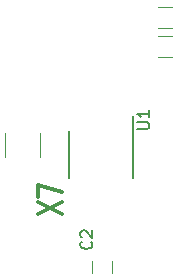
<source format=gto>
G04 #@! TF.FileFunction,Legend,Top*
%FSLAX46Y46*%
G04 Gerber Fmt 4.6, Leading zero omitted, Abs format (unit mm)*
G04 Created by KiCad (PCBNEW 4.0.5) date 07/09/17 22:51:53*
%MOMM*%
%LPD*%
G01*
G04 APERTURE LIST*
%ADD10C,0.150000*%
%ADD11C,0.304800*%
%ADD12C,0.120000*%
G04 APERTURE END LIST*
D10*
D11*
X151795238Y-107405715D02*
X153827238Y-106389715D01*
X151795238Y-106389715D02*
X153827238Y-107405715D01*
X151795238Y-105954286D02*
X151795238Y-104938286D01*
X153827238Y-105591429D01*
D12*
X149015000Y-100600000D02*
X149015000Y-102600000D01*
X151975000Y-102600000D02*
X151975000Y-100600000D01*
X158076000Y-112387000D02*
X158076000Y-111387000D01*
X156376000Y-111387000D02*
X156376000Y-112387000D01*
X161960000Y-92338000D02*
X163160000Y-92338000D01*
X163160000Y-94098000D02*
X161960000Y-94098000D01*
X161960000Y-89925000D02*
X163160000Y-89925000D01*
X163160000Y-91685000D02*
X161960000Y-91685000D01*
D10*
X154424000Y-100362000D02*
X154424000Y-104362000D01*
X159824000Y-99087000D02*
X159824000Y-104362000D01*
X156313143Y-109767666D02*
X156360762Y-109815285D01*
X156408381Y-109958142D01*
X156408381Y-110053380D01*
X156360762Y-110196238D01*
X156265524Y-110291476D01*
X156170286Y-110339095D01*
X155979810Y-110386714D01*
X155836952Y-110386714D01*
X155646476Y-110339095D01*
X155551238Y-110291476D01*
X155456000Y-110196238D01*
X155408381Y-110053380D01*
X155408381Y-109958142D01*
X155456000Y-109815285D01*
X155503619Y-109767666D01*
X155503619Y-109386714D02*
X155456000Y-109339095D01*
X155408381Y-109243857D01*
X155408381Y-109005761D01*
X155456000Y-108910523D01*
X155503619Y-108862904D01*
X155598857Y-108815285D01*
X155694095Y-108815285D01*
X155836952Y-108862904D01*
X156408381Y-109434333D01*
X156408381Y-108815285D01*
X160234381Y-100202905D02*
X161043905Y-100202905D01*
X161139143Y-100155286D01*
X161186762Y-100107667D01*
X161234381Y-100012429D01*
X161234381Y-99821952D01*
X161186762Y-99726714D01*
X161139143Y-99679095D01*
X161043905Y-99631476D01*
X160234381Y-99631476D01*
X161234381Y-98631476D02*
X161234381Y-99202905D01*
X161234381Y-98917191D02*
X160234381Y-98917191D01*
X160377238Y-99012429D01*
X160472476Y-99107667D01*
X160520095Y-99202905D01*
M02*

</source>
